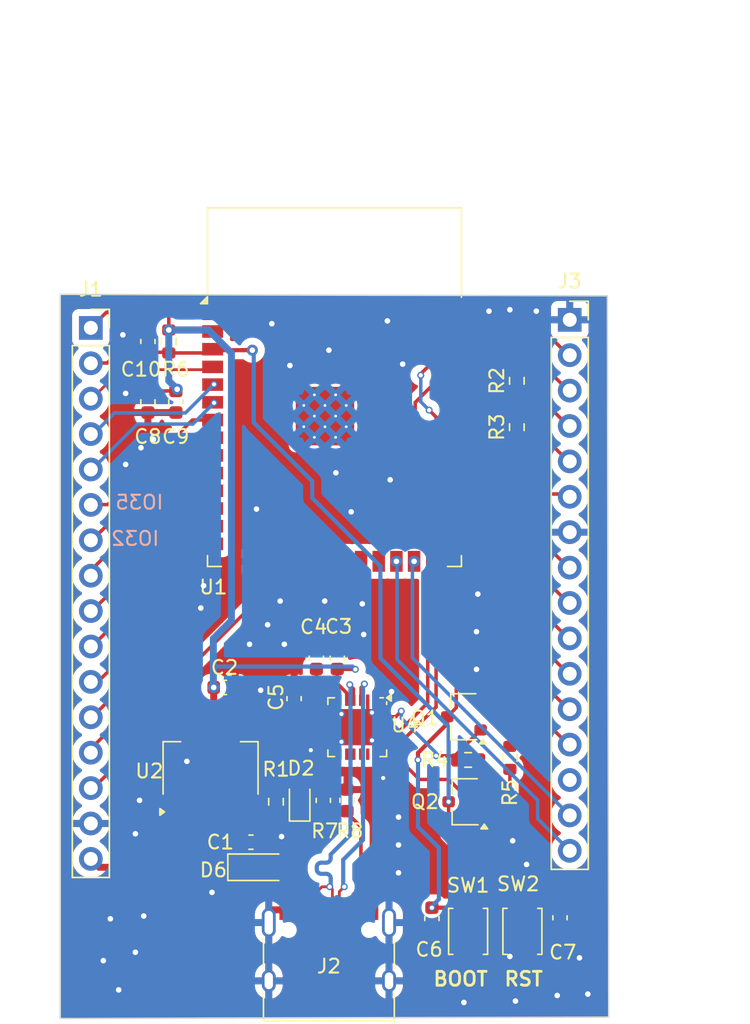
<source format=kicad_pcb>
(kicad_pcb (version 20240108) (generator "pcbnew") (generator_version "8.0")
  (layers (0 "F.Cu" signal) (31 "B.Cu" signal) (34 "B.Paste" user) (35 "F.Paste" user) (36 "B.SilkS" user "B.Silkscreen") (37 "F.SilkS" user "F.Silkscreen") (38 "B.Mask" user) (39 "F.Mask" user) (44 "Edge.Cuts" user))
  (net 0 "")
  (net 1 "+5V")
  (net 2 "GND")
  (net 3 "Net-(D6-A)")
  (net 4 "Net-(D2-A)")
  (net 5 "/EN")
  (net 6 "/IO34")
  (net 7 "/IO35")
  (net 8 "/IO14")
  (net 9 "/IO27")
  (net 10 "/IO26")
  (net 11 "/IO13")
  (net 12 "/IO32")
  (net 13 "/SENSOR_VN")
  (net 14 "/USB_DN")
  (net 15 "/IO25")
  (net 16 "/IO12")
  (net 17 "/SENSOR_VP")
  (net 18 "/IO33")
  (net 19 "/IO21")
  (net 20 "/IO17")
  (net 21 "/IO19")
  (net 22 "/IO23")
  (net 23 "/IO2")
  (net 24 "/RXD0")
  (net 25 "/IO15")
  (net 26 "/IO18")
  (net 27 "/IO22")
  (net 28 "/IO16")
  (net 29 "/IO5")
  (net 30 "/TXD0")
  (net 31 "/IO4")
  (net 32 "/IO0")
  (net 33 "/GPIO0")
  (net 34 "Net-(Q1-B)")
  (net 35 "/DTR")
  (net 36 "/RTS")
  (net 37 "Net-(Q2-B)")
  (net 38 "+3V3")
  (net 39 "/SCK{slash}CLK")
  (net 40 "/SCS{slash}CMD")
  (net 41 "/SDO{slash}SD0")
  (net 42 "/RXD")
  (net 43 "/SWP{slash}SD3")
  (net 45 "/TXD")
  (net 46 "/SHD{slash}SD2")
  (net 47 "/SDI{slash}SD1")
  (net 48 "/TNOW{slash}GPIO2")
  (net 49 "/~{RST}")
  (net 50 "/GPIO4")
  (net 51 "/SUSPEND")
  (net 52 "/RXS{slash}GPIO1")
  (net 53 "/TXS{slash}GPIO0")
  (net 54 "/~{WAKEUP}{slash}GPIO3")
  (net 55 "/~{DSR}")
  (net 56 "/~{RI}")
  (net 57 "/~{DCD}")
  (net 58 "/~{SUSPEND}")
  (net 59 "Net-(U4-V3)")
  (net 60 "/~{ACT}")
  (net 61 "/~{CTS}")
  (net 62 "Net-(J2-CC2)")
  (net 63 "Net-(J2-CC1)")
  (net 66 "/USB_DP")
  (footprint "Connector_PinSocket_2.54mm:PinSocket_1x16_P2.54mm_Vertical" (layer "F.Cu") (at 154.8 79.12)
    (property "Reference" "J3")
    (property "Value" "Conn_01x16" (hide yes))
  )
  (footprint "Capacitor_SMD:C_0603_1608Metric" (layer "F.Cu") (at 135 106.3 -90)
    (property "Reference" "C5")
    (property "Value" "0.1uF" (hide yes))
  )
  (footprint "Diode_SMD:Nexperia_CFP3_SOD-123W" (layer "F.Cu") (at 132.5 118.4)
    (property "Reference" "D6")
    (property "Value" "SS14" (hide yes))
  )
  (footprint "LED_SMD:LED_0603_1608Metric" (layer "F.Cu") (at 135.4 113.6 90)
    (property "Reference" "D2")
    (property "Value" "LED" (hide yes))
  )
  (footprint "Resistor_SMD:R_0603_1608Metric" (layer "F.Cu") (at 150.5 110.55 -90)
    (property "Reference" "R5")
    (property "Value" "R" (hide yes))
  )
  (footprint "Connector_USB:USB_C_Receptacle_HRO_TYPE-C-31-M-12" (layer "F.Cu") (at 137.5 125.5)
    (property "Reference" "J2")
    (property "Value" "USB_C_Receptacle_USB2.0" (hide yes))
  )
  (footprint "Button_Switch_SMD:SW_SPST_B3U-1000P" (layer "F.Cu") (at 147.5 123 90)
    (property "Reference" "SW1")
    (property "Value" "SW_SPST" (hide yes))
  )
  (footprint "Resistor_SMD:R_0603_1608Metric" (layer "F.Cu") (at 126 80.675 90)
    (property "Reference" "R6")
    (property "Value" "R" (hide yes))
  )
  (footprint "Resistor_SMD:R_0603_1608Metric" (layer "F.Cu") (at 147.5 110.7 180)
    (property "Reference" "R4")
    (property "Value" "R" (hide yes))
  )
  (footprint "Package_DFN_QFN:QFN-24-1EP_4x4mm_P0.5mm_EP2.6x2.6mm" (layer "F.Cu") (at 139.5375 108.35 -90)
    (property "Reference" "U4")
    (property "Value" "CH9102F" (hide yes))
  )
  (footprint "Resistor_SMD:R_0603_1608Metric" (layer "F.Cu") (at 151 86.825 90)
    (property "Reference" "R3")
    (property "Value" "0R" (hide yes))
  )
  (footprint "Capacitor_SMD:C_0603_1608Metric" (layer "F.Cu") (at 131.9 116.6)
    (property "Reference" "C1")
    (property "Value" "C" (hide yes))
  )
  (footprint "Capacitor_SMD:C_0603_1608Metric" (layer "F.Cu") (at 130 105.5)
    (property "Reference" "C2")
    (property "Value" "C" (hide yes))
  )
  (footprint "Package_TO_SOT_SMD:SOT-223-3_TabPin2" (layer "F.Cu") (at 129 111.3 90)
    (property "Reference" "U2")
    (property "Value" "AMS1117-3.3" (hide yes))
  )
  (footprint "Button_Switch_SMD:SW_SPST_B3U-1000P" (layer "F.Cu") (at 151.4 123 90)
    (property "Reference" "SW2")
    (property "Value" "SW_SPST" (hide yes))
  )
  (footprint "Capacitor_SMD:C_0603_1608Metric" (layer "F.Cu") (at 144.9 122.075 90)
    (property "Reference" "C6")
    (property "Value" "0.1uF" (hide yes))
  )
  (footprint "Resistor_SMD:R_0603_1608Metric" (layer "F.Cu") (at 151 83.5 90)
    (property "Reference" "R2")
    (property "Value" "0R" (hide yes))
  )
  (footprint "Capacitor_SMD:C_0603_1608Metric" (layer "F.Cu") (at 154.1 122.025 90)
    (property "Reference" "C7")
    (property "Value" "0.1uF" (hide yes))
  )
  (footprint "Capacitor_SMD:C_0603_1608Metric" (layer "F.Cu") (at 126.51 85 90)
    (property "Reference" "C9")
    (property "Value" "C" (hide yes))
  )
  (footprint "Capacitor_SMD:C_0603_1608Metric" (layer "F.Cu") (at 124.5 85 90)
    (property "Reference" "C8")
    (property "Value" "C" (hide yes))
  )
  (footprint "Capacitor_SMD:C_0603_1608Metric" (layer "F.Cu") (at 138.8 113.6 90)
    (property "Reference" "R8")
    (property "Value" "5.1K" (hide yes))
  )
  (footprint "Package_TO_SOT_SMD:SC-59" (layer "F.Cu") (at 147.2 107.6 180)
    (property "Reference" "Q1")
    (property "Value" "S8050" (hide yes))
  )
  (footprint "Capacitor_SMD:C_0603_1608Metric" (layer "F.Cu") (at 138.1 103.4 90)
    (property "Reference" "C3")
    (property "Value" "0.1uF" (hide yes))
  )
  (footprint "RF_Module:ESP32-WROOM-32" (layer "F.Cu") (at 137.9 86.94)
    (property "Reference" "U1")
    (property "Value" "ESP32-WROOM-32" (hide yes))
  )
  (footprint "Capacitor_SMD:C_0603_1608Metric" (layer "F.Cu") (at 124.5 80.675 90)
    (property "Reference" "C10")
    (property "Value" "C" (hide yes))
  )
  (footprint "Resistor_SMD:R_0603_1608Metric" (layer "F.Cu") (at 133.7 113.7 90)
    (property "Reference" "R1")
    (property "Value" "R" (hide yes))
  )
  (footprint "Capacitor_SMD:C_0603_1608Metric" (layer "F.Cu") (at 136.6 103.4 90)
    (property "Reference" "C4")
    (property "Value" "0.1uF" (hide yes))
  )
  (footprint "Package_TO_SOT_SMD:SC-59" (layer "F.Cu") (at 147.3 113.7 180)
    (property "Reference" "Q2")
    (property "Value" "S8050" (hide yes))
  )
  (footprint "Capacitor_SMD:C_0603_1608Metric" (layer "F.Cu") (at 137.1 113.6 90)
    (property "Reference" "R7")
    (property "Value" "5.1K" (hide yes))
  )
  (footprint "Connector_PinSocket_2.54mm:PinSocket_1x16_P2.54mm_Vertical" (layer "F.Cu") (at 120.4 79.7)
    (property "Reference" "J1")
    (property "Value" "Conn_01x16")
  )
  (gr_line (start 118.2 77.3) (end 118.2 120.3) (stroke (width 0.1)) (layer "Edge.Cuts"))
  (gr_line (start 157.5 77.4) (end 118.2 77.3) (stroke (width 0.1)) (layer "Edge.Cuts"))
  (gr_line (start 118.2 129.25) (end 157.6 129.15) (stroke (width 0.1)) (layer "Edge.Cuts"))
  (gr_line (start 157.6 129.15) (end 157.5 77.4) (stroke (width 0.1)) (layer "Edge.Cuts"))
  (gr_line (start 118.2 120.3) (end 118.2 129.25) (stroke (width 0.1)) (layer "Edge.Cuts"))
  (gr_text "IO32\n" (at 125.4 95.4 0) (layer "B.SilkS") (effects (font (size 1 1)) (justify left bottom mirror)))
  (gr_text "IO35" (at 125.7 92.8 0) (layer "B.SilkS") (effects (font (size 1 1)) (justify left bottom mirror)))
  (gr_text "BOOT" (at 144.9 127 0) (layer "F.SilkS") (effects (font (size 1 1) (thickness 0.2) (bold yes)) (justify left bottom)))
  (gr_text "RST" (at 150 127 0) (layer "F.SilkS") (effects (font (size 1 1) (thickness 0.2) (bold yes)) (justify left bottom)))
  (segment (start 131.1 116.625) (end 131.125 116.6) (width 0.5) (layer "F.Cu") (net 1))
  (segment (start 135.375 107.1) (end 135.275 107) (width 0.254) (layer "F.Cu") (net 1))
  (segment (start 131.3 111.9) (end 131.3 114.45) (width 0.5) (layer "F.Cu") (net 1))
  (segment (start 131.3 114.45) (end 131.125 114.625) (width 0.3) (layer "F.Cu") (net 1))
  (segment (start 137.6 107.1) (end 135.375 107.1) (width 0.254) (layer "F.Cu") (net 1))
  (segment (start 121 118.4) (end 120.4 117.8) (width 0.5) (layer "F.Cu") (net 1))
  (segment (start 131.1 118.4) (end 121 118.4) (width 0.5) (layer "F.Cu") (net 1))
  (segment (start 131.1 114.65) (end 131.1 116.575) (width 0.5) (layer "F.Cu") (net 1))
  (segment (start 133.625 114.45) (end 133.7 114.525) (width 0.5) (layer "F.Cu") (net 1))
  (segment (start 131.1 116.575) (end 131.125 116.6) (width 0.5) (layer "F.Cu") (net 1))
  (segment (start 131.3 114.45) (end 131.1 114.65) (width 0.5) (layer "F.Cu") (net 1))
  (segment (start 131.3 114.45) (end 133.625 114.45) (width 0.5) (layer "F.Cu") (net 1))
  (segment (start 135.275 107) (end 135 107.275) (width 0.5) (layer "F.Cu") (net 1))
  (segment (start 135 107.275) (end 135 108.2) (width 0.5) (layer "F.Cu") (net 1))
  (segment (start 131.1 118.4) (end 131.1 116.625) (width 0.5) (layer "F.Cu") (net 1))
  (segment (start 135 108.2) (end 131.3 111.9) (width 0.5) (layer "F.Cu") (net 1))
  (segment (start 140.2875 107.6) (end 139.5375 108.35) (width 0.25) (layer "F.Cu") (net 2))
  (segment (start 140.2875 106.4125) (end 140.2875 107.6) (width 0.25) (layer "F.Cu") (net 2))
  (via (at 121.3 125.1) (size 0.8) (drill 0.4) (layers "F.Cu" "B.Cu") (net 2))
  (via (at 128.3 99.8) (size 0.8) (drill 0.4) (layers "F.Cu" "B.Cu") (net 2))
  (via (at 148.2 98.8) (size 0.8) (drill 0.4) (layers "F.Cu" "B.Cu") (net 2))
  (via (at 142.5 116.8) (size 0.8) (drill 0.4) (layers "F.Cu" "B.Cu") (net 2))
  (via (at 138 90.1) (size 0.8) (drill 0.4) (layers "F.Cu" "B.Cu") (net 2))
  (via (at 129.1 120.2) (size 0.8) (drill 0.4) (layers "F.Cu" "B.Cu") (net 2))
  (via (at 122.9 89.5) (size 0.8) (drill 0.4) (layers "F.Cu" "B.Cu") (net 2))
  (via (at 124.9 87.7) (size 0.8) (drill 0.4) (layers "F.Cu" "B.Cu") (net 2))
  (via (at 142.5 118.8) (size 0.8) (drill 0.4) (layers "F.Cu" "B.Cu") (net 2))
  (via (at 137.2 99.3) (size 0.8) (drill 0.4) (layers "F.Cu" "B.Cu") (net 2))
  (via (at 137.5 81.3) (size 0.8) (drill 0.4) (layers "F.Cu" "B.Cu") (net 2))
  (via (at 123.6 116) (size 0.8) (drill 0.4) (layers "F.Cu" "B.Cu") (net 2))
  (via (at 133.1 101) (size 0.8) (drill 0.4) (layers "F.Cu" "B.Cu") (net 2))
  (via (at 133.4 79.4) (size 0.8) (drill 0.4) (layers "F.Cu" "B.Cu") (net 2))
  (via (at 134 99.3) (size 0.8) (drill 0.4) (layers "F.Cu" "B.Cu") (net 2))
  (via (at 148.1 104.2) (size 0.8) (drill 0.4) (layers "F.Cu" "B.Cu") (net 2))
  (via (at 142.5 114.8) (size 0.8) (drill 0.4) (layers "F.Cu" "B.Cu") (net 2))
  (via (at 128.5 98.2) (size 0.8) (drill 0.4) (layers "F.Cu" "B.Cu") (net 2))
  (via (at 152.4 78.5) (size 0.8) (drill 0.4) (layers "F.Cu" "B.Cu") (net 2))
  (via (at 122.9 84.4) (size 0.8) (drill 0.4) (layers "F.Cu" "B.Cu") (net 2))
  (via (at 153.9 127.6) (size 0.8) (drill 0.4) (layers "F.Cu" "B.Cu") (net 2))
  (via (at 142 105.8) (size 0.8) (drill 0.4) (layers "F.Cu" "B.Cu") (net 2))
  (via (at 141.4 112) (size 0.5) (drill 0.3) (layers "F.Cu" "B.Cu") (net 2))
  (via (at 134.3 102.4) (size 0.8) (drill 0.4) (layers "F.Cu" "B.Cu") (net 2))
  (via (at 132.6 105.7) (size 0.8) (drill 0.4) (layers "F.Cu" "B.Cu") (net 2))
  (via (at 150.5 124.8) (size 0.8) (drill 0.4) (layers "F.Cu" "B.Cu") (net 2))
  (via (at 121.8 122.1) (size 0.8) (drill 0.4) (layers "F.Cu" "B.Cu") (net 2))
  (via (at 127.3 110.8) (size 0.8) (drill 0.4) (layers "F.Cu" "B.Cu") (net 2))
  (via (at 150.7 116.5) (size 0.8) (drill 0.4) (layers "F.Cu" "B.Cu") (net 2))
  (via (at 123.9 113.6) (size 0.8) (drill 0.4) (layers "F.Cu" "B.Cu") (net 2))
  (via (at 138.4 109.4) (size 0.5) (drill 0.3) (layers "F.Cu" "B.Cu") (net 2))
  (via (at 150.9 128) (size 0.8) (drill 0.4) (layers "F.Cu" "B.Cu") (net 2))
  (via (at 124 88.3) (size 0.8) (drill 0.4) (layers "F.Cu" "B.Cu") (net 2))
  (via (at 141.7 79.2) (size 0.8) (drill 0.4) (layers "F.Cu" "B.Cu") (net 2))
  (via (at 147.2 128.1) (size 0.8) (drill 0.4) (layers "F.Cu" "B.Cu") (net 2))
  (via (at 140.6 107.3) (size 0.5) (drill 0.3) (layers "F.Cu" "B.Cu") (net 2))
  (via (at 123.6 124.5) (size 0.8) (drill 0.4) (layers "F.Cu" "B.Cu") (net 2))
  (via (at 148.1 101.5) (size 0.8) (drill 0.4) (layers "F.Cu" "B.Cu") (net 2))
  (via (at 142.8 82.3) (size 0.8) (drill 0.4) (layers "F.Cu" "B.Cu") (net 2))
  (via (at 138.4 107.4) (size 0.5) (drill 0.3) (layers "F.Cu" "B.Cu") (net 2))
  (via (at 141.9 90.6) (size 0.8) (drill 0.4) (layers "F.Cu" "B.Cu") (net 2))
  (via (at 136.2 110) (size 0.5) (drill 0.3) (layers "F.Cu" "B.Cu") (net 2))
  (via (at 150.5 78.4) (size 0.8) (drill 0.4) (layers "F.Cu" "B.Cu") (net 2))
  (via (at 156.1 127.5) (size 0.8) (drill 0.4) (layers "F.Cu" "B.Cu") (net 2))
  (via (at 155.5 124.9) (size 0.8) (drill 0.4) (layers "F.Cu" "B.Cu") (net 2))
  (via (at 134.7 82.4) (size 0.8) (drill 0.4) (layers "F.Cu" "B.Cu") (net 2))
  (via (at 134.1 116.2) (size 0.8) (drill 0.4) (layers "F.Cu" "B.Cu") (net 2))
  (via (at 132.3 92.7) (size 0.8) (drill 0.4) (layers "F.Cu" "B.Cu") (net 2))
  (via (at 124.2 121.9) (size 0.8) (drill 0.4) (layers "F.Cu" "B.Cu") (net 2))
  (via (at 131.8 102.4) (size 0.8) (drill 0.4) (layers "F.Cu" "B.Cu") (net 2))
  (via (at 140 101.7) (size 0.8) (drill 0.4) (layers "F.Cu" "B.Cu") (net 2))
  (via (at 122.7 80.2) (size 0.8) (drill 0.4) (layers "F.Cu" "B.Cu") (net 2))
  (via (at 139.9 99.5) (size 0.8) (drill 0.4) (layers "F.Cu" "B.Cu") (net 2))
  (via (at 122.4 127.2) (size 0.8) (drill 0.4) (layers "F.Cu" "B.Cu") (net 2))
  (via (at 149 78.5) (size 0.8) (drill 0.4) (layers "F.Cu" "B.Cu") (net 2))
  (via (at 139.1 92.9) (size 0.8) (drill 0.4) (layers "F.Cu" "B.Cu") (net 2))
  (via (at 140.6 109.3) (size 0.5) (drill 0.3) (layers "F.Cu" "B.Cu") (net 2))
  (via (at 151.7 118.2) (size 0.8) (drill 0.4) (layers "F.Cu" "B.Cu") (net 2))
  (segment (start 135 121.405) (end 135.05 121.455) (width 0.25) (layer "F.Cu") (net 3))
  (segment (start 139.95 122.314694) (end 139.832347 122.432347) (width 0.3) (layer "F.Cu") (net 3))
  (segment (start 139.832347 122.432347) (end 139.933737 122.330958) (width 0.3) (layer "F.Cu") (net 3))
  (segment (start 135.05 121.455) (end 135.05 122.314695) (width 0.3) (layer "F.Cu") (net 3))
  (segment (start 133.9 119.1) (end 133.9 118.4) (width 0.5) (layer "F.Cu") (net 3))
  (segment (start 135.05 121.455) (end 135.05 120.25) (width 0.5) (layer "F.Cu") (net 3))
  (segment (start 138.664695 123.6) (end 139.832347 122.432347) (width 0.3) (layer "F.Cu") (net 3))
  (segment (start 135.05 120.25) (end 133.9 119.1) (width 0.5) (layer "F.Cu") (net 3))
  (segment (start 139.95 121.455) (end 139.95 122.314694) (width 0.3) (layer "F.Cu") (net 3))
  (segment (start 135.05 122.314695) (end 136.335305 123.6) (width 0.3) (layer "F.Cu") (net 3))
  (segment (start 136.335305 123.6) (end 138.664695 123.6) (width 0.3) (layer "F.Cu") (net 3))
  (segment (start 135.3375 112.875) (end 135.4 112.8125) (width 0.254) (layer "F.Cu") (net 4))
  (segment (start 133.7 112.875) (end 135.3375 112.875) (width 0.254) (layer "F.Cu") (net 4))
  (segment (start 129.22 81.3) (end 129.15 81.23) (width 0.3) (layer "F.Cu") (net 5))
  (segment (start 151.45 121.25) (end 151.4 121.3) (width 0.25) (layer "F.Cu") (net 5))
  (segment (start 125.95 81.45) (end 126 81.5) (width 0.25) (layer "F.Cu") (net 5))
  (segment (start 146.1 116) (end 151.4 121.3) (width 0.254) (layer "F.Cu") (net 5))
  (segment (start 122.35 81.45) (end 124.5 81.45) (width 0.25) (layer "F.Cu") (net 5))
  (segment (start 121.58 82.22) (end 122.35 81.45) (width 0.25) (layer "F.Cu") (net 5))
  (segment (start 132 81.3) (end 129.22 81.3) (width 0.3) (layer "F.Cu") (net 5))
  (segment (start 128.88 81.5) (end 126 81.5) (width 0.25) (layer "F.Cu") (net 5))
  (segment (start 146.1 113.7) (end 146.1 116) (width 0.254) (layer "F.Cu") (net 5))
  (segment (start 120.5 82.22) (end 121.58 82.22) (width 0.25) (layer "F.Cu") (net 5))
  (segment (start 124.5 81.45) (end 125.95 81.45) (width 0.25) (layer "F.Cu") (net 5))
  (segment (start 132 81.3) (end 131.2 81.3) (width 0.3) (layer "F.Cu") (net 5))
  (segment (start 129.15 81.23) (end 128.88 81.5) (width 0.25) (layer "F.Cu") (net 5))
  (segment (start 154.1 121.25) (end 151.45 121.25) (width 0.25) (layer "F.Cu") (net 5))
  (via (at 146.1 113.7) (size 0.5) (drill 0.3) (layers "F.Cu" "B.Cu") (net 5))
  (via (at 132 81.3) (size 0.8) (drill 0.4) (layers "F.Cu" "B.Cu") (net 5))
  (segment (start 141.2 103.4) (end 146.1 108.3) (width 0.3) (layer "B.Cu") (net 5))
  (segment (start 141.2 96.8) (end 141.2 103.4) (width 0.3) (layer "B.Cu") (net 5))
  (segment (start 146.1 108.3) (end 146.1 113.6) (width 0.3) (layer "B.Cu") (net 5))
  (segment (start 132.1 81.4) (end 132.1 86.5) (width 0.3) (layer "B.Cu") (net 5))
  (segment (start 132.1 86.5) (end 136.3 90.7) (width 0.3) (layer "B.Cu") (net 5))
  (segment (start 136.3 91.9) (end 141.2 96.8) (width 0.3) (layer "B.Cu") (net 5))
  (segment (start 136.3 90.7) (end 136.3 91.9) (width 0.3) (layer "B.Cu") (net 5))
  (segment (start 132 81.3) (end 132.1 81.4) (width 0.3) (layer "B.Cu") (net 5))
  (via (at 129.253026 85.076797) (size 0.5) (drill 0.3) (layers "F.Cu" "B.Cu") (net 6))
  (segment (start 120.5 89.84) (end 123.74 86.6) (width 0.25) (layer "B.Cu") (net 6))
  (segment (start 129.261773 85.085544) (end 129.301815 85.085544) (width 0.25) (layer "B.Cu") (net 6))
  (segment (start 127.729823 86.6) (end 129.253026 85.076797) (width 0.25) (layer "B.Cu") (net 6))
  (segment (start 129.253026 85.076797) (end 129.261773 85.085544) (width 0.25) (layer "B.Cu") (net 6))
  (segment (start 123.74 86.6) (end 127.729823 86.6) (width 0.25) (layer "B.Cu") (net 6))
  (segment (start 129.15 86.31) (end 127.69 86.31) (width 0.25) (layer "F.Cu") (net 7))
  (segment (start 127.69 86.31) (end 121.62 92.38) (width 0.25) (layer "F.Cu") (net 7))
  (segment (start 121.62 92.38) (end 120.5 92.38) (width 0.25) (layer "F.Cu") (net 7))
  (segment (start 120.5 107.62) (end 125.5 102.62) (width 0.25) (layer "F.Cu") (net 8))
  (segment (start 125.5 102.62) (end 125.5 95.8) (width 0.25) (layer "F.Cu") (net 8))
  (segment (start 125.5 95.8) (end 127.37 93.93) (width 0.25) (layer "F.Cu") (net 8))
  (segment (start 127.37 93.93) (end 129.15 93.93) (width 0.25) (layer "F.Cu") (net 8))
  (segment (start 124.5 95.7) (end 127.54 92.66) (width 0.25) (layer "F.Cu") (net 9))
  (segment (start 120.5 105.08) (end 120.92 105.08) (width 0.25) (layer "F.Cu") (net 9))
  (segment (start 120.92 105.08) (end 124.5 101.5) (width 0.25) (layer "F.Cu") (net 9))
  (segment (start 124.5 101.5) (end 124.5 95.7) (width 0.25) (layer "F.Cu") (net 9))
  (segment (start 127.54 92.66) (end 129.15 92.66) (width 0.25) (layer "F.Cu") (net 9))
  (segment (start 127.61 91.39) (end 123.5 95.5) (width 0.25) (layer "F.Cu") (net 10))
  (segment (start 123.5 99.54) (end 120.5 102.54) (width 0.25) (layer "F.Cu") (net 10))
  (segment (start 123.5 95.5) (end 123.5 99.54) (width 0.25) (layer "F.Cu") (net 10))
  (segment (start 129.15 91.39) (end 127.61 91.39) (width 0.25) (layer "F.Cu") (net 10))
  (segment (start 133.46 96.45) (end 133.46 98.14) (width 0.25) (layer "F.Cu") (net 11))
  (segment (start 122.6 110.7) (end 120.58 112.72) (width 0.25) (layer "F.Cu") (net 11))
  (segment (start 120.58 112.72) (end 120.4 112.72) (width 0.25) (layer "F.Cu") (net 11))
  (segment (start 133.46 98.14) (end 122.6 109) (width 0.25) (layer "F.Cu") (net 11))
  (segment (start 122.6 109) (end 122.6 110.7) (width 0.25) (layer "F.Cu") (net 11))
  (segment (start 129.15 87.58) (end 127.84 87.58) (width 0.25) (layer "F.Cu") (net 12))
  (segment (start 127.84 87.58) (end 120.5 94.92) (width 0.25) (layer "F.Cu") (net 12))
  (via (at 129.25 83.75) (size 0.5) (drill 0.3) (layers "F.Cu" "B.Cu") (net 13))
  (segment (start 122.1 85.8) (end 127.2 85.8) (width 0.25) (layer "B.Cu") (net 13))
  (segment (start 120.58 87.32) (end 122.1 85.8) (width 0.25) (layer "B.Cu") (net 13))
  (segment (start 127.2 85.8) (end 129.25 83.75) (width 0.25) (layer "B.Cu") (net 13))
  (segment (start 129.195978 83.749566) (end 129.195544 83.749566) (width 0.2) (layer "B.Cu") (net 13))
  (segment (start 120.4 87.32) (end 120.58 87.32) (width 0.254) (layer "B.Cu") (net 13))
  (segment (start 129.19511 83.749566) (end 129.25 83.75) (width 0.2) (layer "B.Cu") (net 13))
  (segment (start 129.25 83.75) (end 129.195978 83.749566) (width 0.2) (layer "B.Cu") (net 13))
  (segment (start 139 105.3) (end 139.2875 105.5875) (width 0.2) (layer "F.Cu") (net 14))
  (segment (start 137.558784 119.8) (end 137.75 119.991216) (width 0.2) (layer "F.Cu") (net 14))
  (segment (start 137 119.8) (end 136.75 120.05) (width 0.2) (layer "F.Cu") (net 14))
  (segment (start 137.558784 119.8) (end 137 119.8) (width 0.2) (layer "F.Cu") (net 14))
  (segment (start 137.75 119.991216) (end 137.75 121.455) (width 0.2) (layer "F.Cu") (net 14))
  (segment (start 136.75 120.05) (end 136.75 121.455) (width 0.2) (layer "F.Cu") (net 14))
  (segment (start 139.2875 105.5875) (end 139.2875 106.4125) (width 0.2) (layer "F.Cu") (net 14))
  (via (at 137.558784 119.8) (size 0.5) (drill 0.3) (layers "F.Cu" "B.Cu") (net 14))
  (via (at 139 105.3) (size 0.5) (drill 0.3) (layers "F.Cu" "B.Cu") (net 14))
  (segment (start 137.309391 118.07) (end 136.949391 118.07) (width 0.3) (layer "B.Cu") (net 14))
  (segment (start 137.629391 119.19) (end 137.629391 119.35) (width 0.3) (layer "B.Cu") (net 14))
  (segment (start 139.049999 105.349999) (end 139.049999 116.063603) (width 0.3) (layer "B.Cu") (net 14))
  (segment (start 139 105.3) (end 139.049999 105.349999) (width 0.3) (layer "B.Cu") (net 14))
  (segment (start 137.629391 119.35) (end 137.629391 119.729393) (width 0.3) (layer "B.Cu") (net 14))
  (segment (start 137.629391 117.484211) (end 137.629391 117.75) (width 0.3) (layer "B.Cu") (net 14))
  (segment (start 136.629391 118.39) (end 136.629391 118.55) (width 0.3) (layer "B.Cu") (net 14))
  (segment (start 139.049999 116.063603) (end 137.629391 117.484211) (width 0.3) (layer "B.Cu") (net 14))
  (segment (start 136.949391 118.87) (end 137.309391 118.87) (width 0.3) (layer "B.Cu") (net 14))
  (segment (start 137.629391 119.729393) (end 137.558784 119.8) (width 0.3) (layer "B.Cu") (net 14))
  (arc (start 136.629391 118.55) (mid 136.723117 118.776274) (end 136.949391 118.87) (width 0.3) (layer "B.Cu") (net 14))
  (arc (start 136.949391 118.07) (mid 136.723117 118.163726) (end 136.629391 118.39) (width 0.3) (layer "B.Cu") (net 14))
  (arc (start 137.309391 118.87) (mid 137.535665 118.963726) (end 137.629391 119.19) (width 0.3) (layer "B.Cu") (net 14))
  (arc (start 137.629391 117.75) (mid 137.535665 117.976274) (end 137.309391 118.07) (width 0.3) (layer "B.Cu") (net 14))
  (segment (start 127.68 90.12) (end 122.7 95.1) (width 0.25) (layer "F.Cu") (net 15))
  (segment (start 122.7 97.8) (end 120.5 100) (width 0.25) (layer "F.Cu") (net 15))
  (segment (start 122.7 95.1) (end 122.7 97.8) (width 0.25) (layer "F.Cu") (net 15))
  (segment (start 129.15 90.12) (end 127.68 90.12) (width 0.25) (layer "F.Cu") (net 15))
  (segment (start 129.15 95.2) (end 128 95.2) (width 0.25) (layer "F.Cu") (net 16))
  (segment (start 120.5 109.8) (end 120.5 110.16) (width 0.25) (layer "F.Cu") (net 16))
  (segment (start 126.6 96.6) (end 126.6 103.7) (width 0.25) (layer "F.Cu") (net 16))
  (segment (start 126.6 103.7) (end 120.5 109.8) (width 0.25) (layer "F.Cu") (net 16))
  (segment (start 128 95.2) (end 126.6 96.6) (width 0.25) (layer "F.Cu") (net 16))
  (segment (start 128.95 82.7) (end 129.15 82.5) (width 0.2) (layer "F.Cu") (net 17))
  (segment (start 122.56 82.7) (end 128.95 82.7) (width 0.2) (layer "F.Cu") (net 17))
  (segment (start 120.5 84.76) (end 122.56 82.7) (width 0.2) (layer "F.Cu") (net 17))
  (segment (start 122 94.5) (end 122 95.5) (width 0.25) (layer "F.Cu") (net 18))
  (segment (start 127.65 88.85) (end 122 94.5) (width 0.25) (layer "F.Cu") (net 18))
  (segment (start 129.15 88.85) (end 127.65 88.85) (width 0.25) (layer "F.Cu") (net 18))
  (segment (start 122 95.5) (end 120.5 97) (width 0.25) (layer "F.Cu") (net 18))
  (segment (start 120.5 97) (end 120.5 97.46) (width 0.25) (layer "F.Cu") (net 18))
  (segment (start 147.65 85.04) (end 149.5 86.89) (width 0.25) (layer "F.Cu") (net 19))
  (segment (start 152.12 91.62) (end 154.5 91.62) (width 0.25) (layer "F.Cu") (net 19))
  (segment (start 146.65 85.04) (end 147.65 85.04) (width 0.25) (layer "F.Cu") (net 19))
  (segment (start 149.5 86.89) (end 149.5 89) (width 0.25) (layer "F.Cu") (net 19))
  (segment (start 149.5 89) (end 152.12 91.62) (width 0.25) (layer "F.Cu") (net 19))
  (segment (start 146.65 91.39) (end 147.65 91.39) (width 0.25) (layer "F.Cu") (net 20))
  (segment (start 151.2 101.02) (end 154.5 104.32) (width 0.25) (layer "F.Cu") (net 20))
  (segment (start 151.2 94.94) (end 151.2 101.02) (width 0.25) (layer "F.Cu") (net 20))
  (segment (start 147.65 91.39) (end 151.2 94.94) (width 0.25) (layer "F.Cu") (net 20))
  (segment (start 153.325 95.525) (end 154.5 96.7) (width 0.25) (layer "F.Cu") (net 21))
  (segment (start 153.325 93.675) (end 153.325 95.525) (width 0.25) (layer "F.Cu") (net 21))
  (segment (start 147.23 87.58) (end 153.325 93.675) (width 0.25) (layer "F.Cu") (net 21))
  (segment (start 146.65 87.58) (end 147.23 87.58) (width 0.25) (layer "F.Cu") (net 21))
  (segment (start 146.65 79.96) (end 153 79.96) (width 0.25) (layer "F.Cu") (net 22))
  (segment (start 153 79.96) (end 154.5 81.46) (width 0.25) (layer "F.Cu") (net 22))
  (via (at 143.62 96.45) (size 0.8) (drill 0.4) (layers "F.Cu" "B.Cu") (net 23))
  (segment (start 143.62 96.45) (end 143.67 96.4) (width 0.254) (layer "B.Cu") (net 23))
  (segment (start 143.5 103.38) (end 154.8 114.68) (width 0.254) (layer "B.Cu") (net 23))
  (segment (start 143.5 96.57) (end 143.5 103.38) (width 0.254) (layer "B.Cu") (net 23))
  (segment (start 143.67 96.4) (end 143.7 96.4) (width 0.254) (layer "B.Cu") (net 23))
  (segment (start 143.62 96.45) (end 143.5 96.57) (width 0.254) (layer "B.Cu") (net 23))
  (segment (start 151 87.65) (end 153.07 87.65) (width 0.25) (layer "F.Cu") (net 24))
  (segment (start 153.07 87.65) (end 154.5 89.08) (width 0.25) (layer "F.Cu") (net 24))
  (via (at 142.35 96.45) (size 0.8) (drill 0.4) (layers "F.Cu" "B.Cu") (net 25))
  (segment (start 142.35 96.45) (end 142.15 96.45) (width 0.254) (layer "B.Cu") (net 25))
  (segment (start 152.5 113.6) (end 152.5 114.92) (width 0.254) (layer "B.Cu") (net 25))
  (segment (start 152.5 114.92) (end 154.8 117.22) (width 0.254) (layer "B.Cu") (net 25))
  (segment (start 142.15 96.45) (end 142.1 96.5) (width 0.254) (layer "B.Cu") (net 25))
  (segment (start 142.4 96.5) (end 142.4 103.5) (width 0.254) (layer "B.Cu") (net 25))
  (segment (start 142.4 103.5) (end 152.5 113.6) (width 0.254) (layer "B.Cu") (net 25))
  (segment (start 142.35 96.45) (end 142.4 96.5) (width 0.254) (layer "B.Cu") (net 25))
  (segment (start 147.23 88.85) (end 152.6 94.22) (width 0.25) (layer "F.Cu") (net 26))
  (segment (start 146.65 88.85) (end 147.23 88.85) (width 0.25) (layer "F.Cu") (net 26))
  (segment (start 152.6 97.34) (end 154.5 99.24) (width 0.25) (layer "F.Cu") (net 26))
  (segment (start 152.6 94.22) (end 152.6 97.34) (width 0.25) (layer "F.Cu") (net 26))
  (segment (start 151.73 81.23) (end 154.5 84) (width 0.25) (layer "F.Cu") (net 27))
  (segment (start 146.65 81.23) (end 151.73 81.23) (width 0.25) (layer "F.Cu") (net 27))
  (segment (start 150.5 95.5) (end 150.5 102.86) (width 0.25) (layer "F.Cu") (net 28))
  (segment (start 147.66 92.66) (end 150.5 95.5) (width 0.25) (layer "F.Cu") (net 28))
  (segment (start 146.65 92.66) (end 147.66 92.66) (width 0.25) (layer "F.Cu") (net 28))
  (segment (start 150.5 102.86) (end 154.5 106.86) (width 0.25) (layer "F.Cu") (net 28))
  (segment (start 152 94.47) (end 152 99.28) (width 0.25) (layer "F.Cu") (net 29))
  (segment (start 146.65 90.12) (end 147.65 90.12) (width 0.25) (layer "F.Cu") (net 29))
  (segment (start 147.65 90.12) (end 152 94.47) (width 0.25) (layer "F.Cu") (net 29))
  (segment (start 152 99.28) (end 154.5 101.78) (width 0.25) (layer "F.Cu") (net 29))
  (segment (start 152.285 84.325) (end 154.5 86.54) (width 0.25) (layer "F.Cu") (net 30))
  (segment (start 151 84.325) (end 152.285 84.325) (width 0.25) (layer "F.Cu") (net 30))
  (segment (start 149.4 95.7) (end 149.4 104.3) (width 0.25) (layer "F.Cu") (net 31))
  (segment (start 146.65 93.93) (end 147.63 93.93) (width 0.25) (layer "F.Cu") (net 31))
  (segment (start 149.4 104.3) (end 154.5 109.4) (width 0.25) (layer "F.Cu") (net 31))
  (segment (start 147.63 93.93) (end 149.4 95.7) (width 0.25) (layer "F.Cu") (net 31))
  (segment (start 147.5 121.3) (end 144.9 121.3) (width 0.3) (layer "F.Cu") (net 33))
  (segment (start 143.9 110.2) (end 143.9 110.7) (width 0.3) (layer "F.Cu") (net 33))
  (segment (start 146 107.6) (end 146.65 106.95) (width 0.25) (layer "F.Cu") (net 33))
  (segment (start 146 107.6) (end 146 108.1) (width 0.3) (layer "F.Cu") (net 33))
  (segment (start 146.65 106.95) (end 146.65 95.2) (width 0.25) (layer "F.Cu") (net 33))
  (segment (start 146 108.1) (end 143.9 110.2) (width 0.3) (layer "F.Cu") (net 33))
  (via (at 144.9 121.3) (size 0.5) (drill 0.3) (layers "F.Cu" "B.Cu") (net 33))
  (via (at 143.9 110.7) (size 0.5) (drill 0.3) (layers "F.Cu" "B.Cu") (net 33))
  (segment (start 145.4 120.7) (end 144.9 121.2) (width 0.3) (layer "B.Cu") (net 33))
  (segment (start 144.9 121.3) (end 144.8 121.3) (width 0.3) (layer "B.Cu") (net 33))
  (segment (start 143.9 115.5) (end 145.4 117) (width 0.3) (layer "B.Cu") (net 33))
  (segment (start 145.4 117) (end 145.4 120.7) (width 0.3) (layer "B.Cu") (net 33))
  (segment (start 144.8 121.3) (end 144.9 121.2) (width 0.3) (layer "B.Cu") (net 33))
  (segment (start 144.9 121.2) (end 144.9 121.3) (width 0.3) (layer "B.Cu") (net 33))
  (segment (start 143.9 110.7) (end 143.9 115.5) (width 0.3) (layer "B.Cu") (net 33))
  (segment (start 149.8 106.9) (end 150.5 107.6) (width 0.254) (layer "F.Cu") (net 34))
  (segment (start 150.5 107.6) (end 150.5 109.725) (width 0.254) (layer "F.Cu") (net 34))
  (segment (start 148.65 106.9) (end 149.8 106.9) (width 0.254) (layer "F.Cu") (net 34))
  (segment (start 148.4 106.65) (end 148.65 106.9) (width 0.254) (layer "F.Cu") (net 34))
  (segment (start 142.7 107.2) (end 142.6 107.3) (width 0.25) (layer "F.Cu") (net 35))
  (segment (start 142.6 107.3) (end 142.7 107.3) (width 0.25) (layer "F.Cu") (net 35))
  (segment (start 141.475 107.6) (end 142.3 107.6) (width 0.25) (layer "F.Cu") (net 35))
  (segment (start 148.4 108.55) (end 146.675 110.275) (width 0.254) (layer "F.Cu") (net 35))
  (segment (start 142.7 107.3) (end 142.7 107.2) (width 0.25) (layer "F.Cu") (net 35))
  (segment (start 146.675 110.275) (end 146.675 110.7) (width 0.254) (layer "F.Cu") (net 35))
  (segment (start 146.675 110.7) (end 146.375 110.4) (width 0.25) (layer "F.Cu") (net 35))
  (segment (start 142.3 107.6) (end 142.6 107.3) (width 0.25) (layer "F.Cu") (net 35))
  (segment (start 145.2 110.4) (end 145.1 110.4) (width 0.25) (layer "F.Cu") (net 35))
  (segment (start 146.375 110.4) (end 145.2 110.4) (width 0.25) (layer "F.Cu") (net 35))
  (via (at 145.2 110.4) (size 0.5) (drill 0.3) (layers "F.Cu" "B.Cu") (net 35))
  (via (at 142.7 107.2) (size 0.5) (drill 0.3) (layers "F.Cu" "B.Cu") (net 35))
  (segment (start 142.7 107.7) (end 145.2 110.2) (width 0.25) (layer "B.Cu") (net 35))
  (segment (start 145.2 110.2) (end 145.2 110.4) (width 0.25) (layer "B.Cu") (net 35))
  (segment (start 142.7 107.3) (end 142.7 107.7) (width 0.25) (layer "B.Cu") (net 35))
  (segment (start 148.5 114.65) (end 149.15 114.65) (width 0.254) (layer "F.Cu") (net 36))
  (segment (start 150.5 113.3) (end 150.5 111.375) (width 0.254) (layer "F.Cu") (net 36))
  (segment (start 148.5 114.65) (end 148.5 114.5) (width 0.25) (layer "F.Cu") (net 36))
  (segment (start 148.5 114.5) (end 146.1 112.1) (width 0.25) (layer "F.Cu") (net 36))
  (segment (start 149.15 114.65) (end 150.5 113.3) (width 0.254) (layer "F.Cu") (net 36))
  (segment (start 141.5 109.6) (end 141.475 109.6) (width 0.25) (layer "F.Cu") (net 36))
  (segment (start 146.1 112.1) (end 144 112.1) (width 0.25) (layer "F.Cu") (net 36))
  (segment (start 144 112.1) (end 141.5 109.6) (width 0.25) (layer "F.Cu") (net 36))
  (segment (start 148.325 112.575) (end 148.5 112.75) (width 0.254) (layer "F.Cu") (net 37))
  (segment (start 148.325 110.7) (end 148.325 112.575) (width 0.254) (layer "F.Cu") (net 37))
  (segment (start 126 79.85) (end 129.04 79.85) (width 0.5) (layer "F.Cu") (net 38))
  (segment (start 138.1 105.216002) (end 138.7875 105.903502) (width 0.254) (layer "F.Cu") (net 38))
  (segment (start 121.5 78.6) (end 120.4 79.7) (width 0.254) (layer "F.Cu") (net 38))
  (segment (start 126 78.9) (end 125.7 78.6) (width 0.254) (layer "F.Cu") (net 38))
  (segment (start 129.04 79.85) (end 129.15 79.96) (width 0.5) (layer "F.Cu") (net 38))
  (segment (start 125.7 78.6) (end 121.5 78.6) (width 0.254) (layer "F.Cu") (net 38))
  (segment (start 138.7875 105.903502) (end 138.7875 106.4125) (width 0.254) (layer "F.Cu") (net 38))
  (segment (start 126 79.85) (end 126 78.9) (width 0.254) (layer "F.Cu") (net 38))
  (segment (start 129.225 107.775) (end 129.1 107.9) (width 0.5) (layer "F.Cu") (net 38))
  (segment (start 129.225 107.925) (end 129 108.15) (width 0.3) (layer "F.Cu") (net 38))
  (segment (start 124.5 84.225) (end 126.51 84.225) (width 0.25) (layer "F.Cu") (net 38))
  (segment (start 139.4 104.2) (end 139.375 104.175) (width 0.3) (layer "F.Cu") (net 38))
  (segment (start 129 114.45) (end 129 108.15) (width 0.5) (layer "F.Cu") (net 38))
  (segment (start 138.1 104.175) (end 139.375 104.175) (width 0.3) (layer "F.Cu") (net 38))
  (segment (start 129.225 105.5) (end 129.225 107.775) (width 0.5) (layer "F.Cu") (net 38))
  (segment (start 138.1 104.175) (end 138.1 105.216002) (width 0.254) (layer "F.Cu") (net 38))
  (via (at 139.4 104.2) (size 0.5) (drill 0.3) (layers "F.Cu" "B.Cu") (net 38))
  (via (at 129.225 105.5) (size 0.8) (drill 0.4) (layers "F.Cu" "B.Cu") (net 38))
  (via (at 126 79.85) (size 0.8) (drill 0.4) (layers "F.Cu" "B.Cu") (net 38))
  (via (at 126.6 84.1) (size 0.8) (drill 0.4) (layers "F.Cu" "B.Cu") (net 38))
  (segment (start 129.225 104) (end 139.2 104) (width 0.3) (layer "B.Cu") (net 38))
  (segment (start 126 83.5) (end 126.6 84.1) (width 0.5) (layer "B.Cu") (net 38))
  (segment (start 129.2 105.475) (end 129.2 102) (width 0.5) (layer "B.Cu") (net 38))
  (segment (start 128.85 79.85) (end 126 79.85) (width 0.5) (layer "B.Cu") (net 38))
  (segment (start 126 79.85) (end 126 83.5) (width 0.5) (layer "B.Cu") (net 38))
  (segment (start 130.5 81.5) (end 128.85 79.85) (width 0.5) (layer "B.Cu") (net 38))
  (segment (start 130.5 100.7) (end 130.5 81.5) (width 0.5) (layer "B.Cu") (net 38))
  (segment (start 129.225 105.5) (end 129.2 105.475) (width 0.5) (layer "B.Cu") (net 38))
  (segment (start 139.2 104) (end 139.4 104.2) (width 0.3) (layer "B.Cu") (net 38))
  (segment (start 129.225 105.5) (end 129.225 104) (width 0.3) (layer "B.Cu") (net 38))
  (segment (start 129.2 102) (end 130.5 100.7) (width 0.5) (layer "B.Cu") (net 38))
  (segment (start 150.825 82.5) (end 151 82.675) (width 0.25) (layer "F.Cu") (net 42))
  (segment (start 144.1 83) (end 144.1 83.1) (width 0.25) (layer "F.Cu") (net 42))
  (segment (start 144.6 82.5) (end 144.1 83) (width 0.25) (layer "F.Cu") (net 42))
  (segment (start 144 83.1) (end 144 83.1) (width 0.25) (layer "F.Cu") (net 42))
  (segment (start 144.7 85.6) (end 145.2 86.1) (width 0.25) (layer "F.Cu") (net 42))
  (segment (start 145.2 86.1) (end 145.2 106.9) (width 0.25) (layer "F.Cu") (net 42))
  (segment (start 143 109.1) (end 141.475 109.1) (width 0.25) (layer "F.Cu") (net 42))
  (segment (start 146.65 82.5) (end 144.6 82.5) (width 0.25) (layer "F.Cu") (net 42))
  (segment (start 145.2 106.9) (end 143 109.1) (width 0.25) (layer "F.Cu") (net 42))
  (segment (start 146.65 82.5) (end 150.825 82.5) (width 0.25) (layer "F.Cu") (net 42))
  (segment (start 144.1 83.1) (end 144 83.1) (width 0.25) (layer "F.Cu") (net 42))
  (via (at 144.7 85.6) (size 0.5) (drill 0.3) (layers "F.Cu" "B.Cu") (net 42))
  (via (at 144.1 83.1) (size 0.5) (drill 0.3) (layers "F.Cu" "B.Cu") (net 42))
  (segment (start 144.7 85.6) (end 144.1 85) (width 0.25) (layer "B.Cu") (net 42))
  (segment (start 144.1 85) (end 144.1 83.1) (width 0.25) (layer "B.Cu") (net 42))
  (segment (start 147.77 83.77) (end 150 86) (width 0.25) (layer "F.Cu") (net 45))
  (segment (start 146.65 83.77) (end 146.62 83.8) (width 0.25) (layer "F.Cu") (net 45))
  (segment (start 146.65 83.77) (end 147.77 83.77) (width 0.25) (layer "F.Cu") (net 45))
  (segment (start 143.7 85.05) (end 143.7 88) (width 0.25) (layer "F.Cu") (net 45))
  (segment (start 150 86) (end 151 86) (width 0.25) (layer "F.Cu") (net 45))
  (segment (start 146.62 83.8) (end 144.95 83.8) (width 0.25) (layer "F.Cu") (net 45))
  (segment (start 144.6 106.6) (end 142.6 108.6) (width 0.25) (layer "F.Cu") (net 45))
  (segment (start 143.7 88) (end 144.6 88.9) (width 0.25) (layer "F.Cu") (net 45))
  (segment (start 144.6 88.9) (end 144.6 106.6) (width 0.25) (layer "F.Cu") (net 45))
  (segment (start 142.6 108.6) (end 141.475 108.6) (width 0.25) (layer "F.Cu") (net 45))
  (segment (start 144.95 83.8) (end 143.7 85.05) (width 0.25) (layer "F.Cu") (net 45))
  (segment (start 136.6 104.725) (end 136.6 104.175) (width 0.254) (layer "F.Cu") (net 59))
  (segment (start 138.2875 106.4125) (end 136.6 104.725) (width 0.254) (layer "F.Cu") (net 59))
  (segment (start 139.8 119.8) (end 139.25 120.35) (width 0.254) (layer "F.Cu") (net 62))
  (segment (start 138.8 114.375) (end 138.8 114.5) (width 0.254) (layer "F.Cu") (net 62))
  (segment (start 138.8 114.5) (end 139.8 115.5) (width 0.254) (layer "F.Cu") (net 62))
  (segment (start 139.8 115.5) (end 139.8 119.8) (width 0.254) (layer "F.Cu") (net 62))
  (segment (start 139.25 120.35) (end 139.25 121.455) (width 0.254) (layer "F.Cu") (net 62))
  (segment (start 137.1 114.375) (end 137.1 114.8) (width 0.254) (layer "F.Cu") (net 63))
  (segment (start 135.6 116.3) (end 135.6 119.4) (width 0.254) (layer "F.Cu") (net 63))
  (segment (start 137.1 114.8) (end 135.6 116.3) (width 0.254) (layer "F.Cu") (net 63))
  (segment (start 136.25 120.05) (end 136.25 121.455) (width 0.254) (layer "F.Cu") (net 63))
  (segment (start 135.6 119.4) (end 136.25 120.05) (width 0.254) (layer "F.Cu") (net 63))
  (segment (start 138.1 123) (end 138.258323 122.841677) (width 0.2) (layer "F.Cu") (net 66))
  (segment (start 137.25 122.835) (end 137.415 123) (width 0.2) (layer "F.Cu") (net 66))
  (segment (start 138.25 120.15) (end 138.25 121.455) (width 0.2) (layer "F.Cu") (net 66))
  (segment (start 139.7875 105.5125) (end 139.7875 106.4125) (width 0.2) (layer "F.Cu") (net 66))
  (segment (start 138.258323 121.463323) (end 138.25 121.455) (width 0.2) (layer "F.Cu") (net 66))
  (segment (start 138.6 119.8) (end 138.25 120.15) (width 0.2) (layer "F.Cu") (net 66))
  (segment (start 137.25 121.455) (end 137.25 122.835) (width 0.2) (layer "F.Cu") (net 66))
  (segment (start 140.05 105.25) (end 139.7875 105.5125) (width 0.2) (layer "F.Cu") (net 66))
  (segment (start 138.258323 122.841677) (end 138.258323 121.463323) (width 0.2) (layer "F.Cu") (net 66))
  (segment (start 137.415 123) (end 138.1 123) (width 0.2) (layer "F.Cu") (net 66))
  (via (at 138.6 119.8) (size 0.5) (drill 0.3) (layers "F.Cu" "B.Cu") (net 66))
  (via (at 140.05 105.25) (size 0.5) (drill 0.3) (layers "F.Cu" "B.Cu") (net 66))
  (segment (start 139.950001 105.349999) (end 139.950001 116.436397) (width 0.3) (layer "B.Cu") (net 66))
  (segment (start 138.529393 117.857005) (end 138.529393 119.729393) (width 0.3) (layer "B.Cu") (net 66))
  (segment (start 140.05 105.25) (end 139.950001 105.349999) (width 0.3) (layer "B.Cu") (net 66))
  (segment (start 138.529393 119.729393) (end 138.6 119.8) (width 0.3) (layer "B.Cu") (net 66))
  (segment (start 139.950001 116.436397) (end 138.529393 117.857005) (width 0.3) (layer "B.Cu") (net 66))
  (zone (net 2) (net_name "GND") (layers "F&B.Cu") (connect_pads (clearance 0.5)) (min_thickness 0.25) (fill yes (thermal_gap 0.5) (thermal_bridge_width 0.5))
    (polygon (pts (xy 118.1 77.4) (xy 118.2 129.2) (xy 157.6 129.1) (xy 157.5 77.4) (xy 118.1 77.3)))
  )
)
</source>
